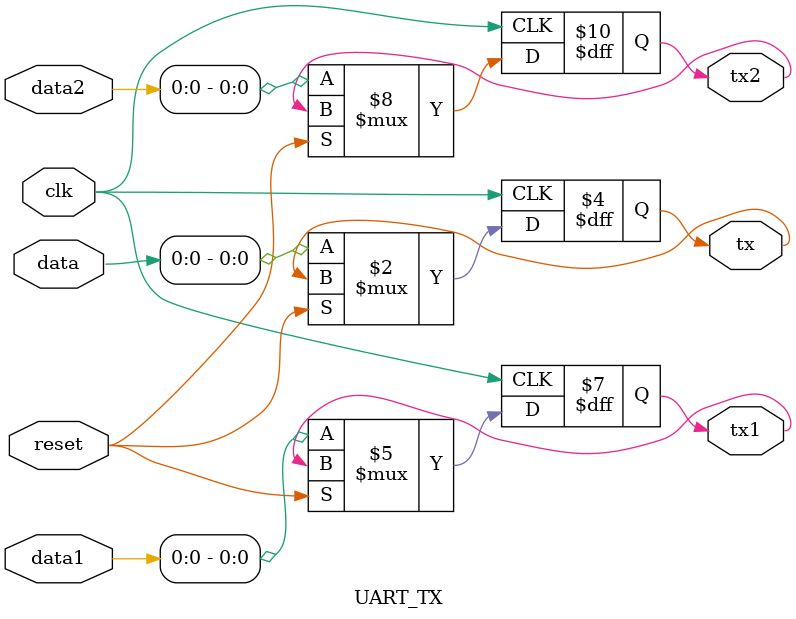
<source format=v>
module UART_TX (clk, reset, data, data1, data2, tx, tx1, tx2); //port(input, output)
    input clk;
    input reset;
    input [7:0] data; // º¸³¾ µ¥ÀÌÅÍ
    input [7:0] data1; // º¸³¾ µ¥ÀÌÅÍ
    input [7:0] data2; // º¸³¾ µ¥ÀÌÅÍ
    output reg tx,tx1,tx2; // UART Ãâ·Â ÇÉ
   

    reg [3:0] tx_state;
    reg [10:0] bit_count;
    reg start_bit, stop_bit;
    reg [7:0] data_out;
    wire tx_done;


    always @(posedge clk or posedge reset)
    if (reset) begin
        tx_state <= 4'b0000;
        bit_count <= 11'b00000000000;
        start_bit <= 1'b0;
        stop_bit <= 1'b1;
        data_out <= 8'b00000000;
    end
    else begin
        tx <= data;
        tx1 <= data1;
        tx2 <= data2;
    end

endmodule

</source>
